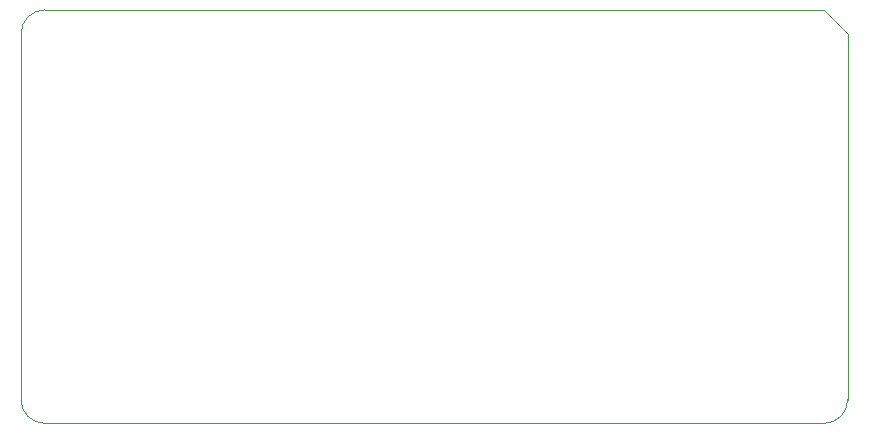
<source format=gbr>
%TF.GenerationSoftware,KiCad,Pcbnew,(5.1.9)-1*%
%TF.CreationDate,2021-06-06T22:36:32+02:00*%
%TF.ProjectId,Yarra_Experimenter,59617272-615f-4457-9870-6572696d656e,rev?*%
%TF.SameCoordinates,Original*%
%TF.FileFunction,Profile,NP*%
%FSLAX46Y46*%
G04 Gerber Fmt 4.6, Leading zero omitted, Abs format (unit mm)*
G04 Created by KiCad (PCBNEW (5.1.9)-1) date 2021-06-06 22:36:32*
%MOMM*%
%LPD*%
G01*
G04 APERTURE LIST*
%TA.AperFunction,Profile*%
%ADD10C,0.050000*%
%TD*%
G04 APERTURE END LIST*
D10*
X128000000Y-40000000D02*
X130000000Y-42000000D01*
X60000000Y-42000000D02*
X60000000Y-73000000D01*
X62000000Y-75000000D02*
G75*
G02*
X60000000Y-73000000I0J2000000D01*
G01*
X60000000Y-42000000D02*
G75*
G02*
X62000000Y-40000000I2000000J0D01*
G01*
X130000000Y-73000000D02*
G75*
G02*
X128000000Y-75000000I-2000000J0D01*
G01*
X130000000Y-42000000D02*
X130000000Y-73000000D01*
X62000000Y-75000000D02*
X128000000Y-75000000D01*
X128000000Y-40000000D02*
X62000000Y-40000000D01*
M02*

</source>
